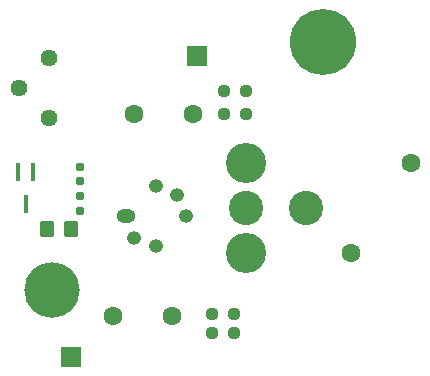
<source format=gbr>
%TF.GenerationSoftware,KiCad,Pcbnew,(6.0.4)*%
%TF.CreationDate,2022-05-05T09:19:18-04:00*%
%TF.ProjectId,preamp,70726561-6d70-42e6-9b69-6361645f7063,rev?*%
%TF.SameCoordinates,Original*%
%TF.FileFunction,Soldermask,Top*%
%TF.FilePolarity,Negative*%
%FSLAX46Y46*%
G04 Gerber Fmt 4.6, Leading zero omitted, Abs format (unit mm)*
G04 Created by KiCad (PCBNEW (6.0.4)) date 2022-05-05 09:19:18*
%MOMM*%
%LPD*%
G01*
G04 APERTURE LIST*
G04 Aperture macros list*
%AMRoundRect*
0 Rectangle with rounded corners*
0 $1 Rounding radius*
0 $2 $3 $4 $5 $6 $7 $8 $9 X,Y pos of 4 corners*
0 Add a 4 corners polygon primitive as box body*
4,1,4,$2,$3,$4,$5,$6,$7,$8,$9,$2,$3,0*
0 Add four circle primitives for the rounded corners*
1,1,$1+$1,$2,$3*
1,1,$1+$1,$4,$5*
1,1,$1+$1,$6,$7*
1,1,$1+$1,$8,$9*
0 Add four rect primitives between the rounded corners*
20,1,$1+$1,$2,$3,$4,$5,0*
20,1,$1+$1,$4,$5,$6,$7,0*
20,1,$1+$1,$6,$7,$8,$9,0*
20,1,$1+$1,$8,$9,$2,$3,0*%
G04 Aperture macros list end*
%ADD10C,1.600000*%
%ADD11RoundRect,0.160000X-0.160000X0.197500X-0.160000X-0.197500X0.160000X-0.197500X0.160000X0.197500X0*%
%ADD12C,5.600000*%
%ADD13RoundRect,0.237500X-0.250000X-0.237500X0.250000X-0.237500X0.250000X0.237500X-0.250000X0.237500X0*%
%ADD14C,3.400000*%
%ADD15C,2.900000*%
%ADD16R,1.700000X1.700000*%
%ADD17RoundRect,0.160000X0.160000X-0.197500X0.160000X0.197500X-0.160000X0.197500X-0.160000X-0.197500X0*%
%ADD18R,0.450000X1.500000*%
%ADD19RoundRect,0.250000X-0.350000X-0.450000X0.350000X-0.450000X0.350000X0.450000X-0.350000X0.450000X0*%
%ADD20O,1.600000X1.200000*%
%ADD21O,1.200000X1.200000*%
%ADD22RoundRect,0.237500X0.250000X0.237500X-0.250000X0.237500X-0.250000X-0.237500X0.250000X-0.237500X0*%
%ADD23C,4.700000*%
%ADD24C,1.440000*%
G04 APERTURE END LIST*
D10*
%TO.C,C3*%
X104000000Y-75100000D03*
X109000000Y-75100000D03*
%TD*%
D11*
%TO.C,R4*%
X99400000Y-79605000D03*
X99400000Y-80800000D03*
%TD*%
D12*
%TO.C,H2*%
X120000000Y-69000000D03*
%TD*%
D13*
%TO.C,R2*%
X110587500Y-92100000D03*
X112412500Y-92100000D03*
%TD*%
D10*
%TO.C,J1*%
X127380000Y-79240000D03*
X122300000Y-86860000D03*
D14*
X113410000Y-86860000D03*
X113410000Y-79240000D03*
D15*
X113410000Y-83050000D03*
X118490000Y-83050000D03*
%TD*%
D16*
%TO.C,TP1*%
X98600000Y-95700000D03*
%TD*%
%TO.C,TP2*%
X109300000Y-70200000D03*
%TD*%
D17*
%TO.C,R3*%
X99400000Y-83297500D03*
X99400000Y-82102500D03*
%TD*%
D10*
%TO.C,C1*%
X102200000Y-92200000D03*
X107200000Y-92200000D03*
%TD*%
D18*
%TO.C,Q2*%
X95450000Y-80070000D03*
X94150000Y-80070000D03*
X94800000Y-82730000D03*
%TD*%
D19*
%TO.C,R5*%
X96600000Y-84900000D03*
X98600000Y-84900000D03*
%TD*%
D20*
%TO.C,Q1*%
X103260000Y-83800000D03*
D21*
X104003949Y-85596051D03*
X105800000Y-86340000D03*
X108340000Y-83800000D03*
X107596051Y-82003949D03*
X105800000Y-81260000D03*
%TD*%
D22*
%TO.C,R1*%
X112412500Y-93700000D03*
X110587500Y-93700000D03*
%TD*%
D13*
%TO.C,R7*%
X111587500Y-73200000D03*
X113412500Y-73200000D03*
%TD*%
D22*
%TO.C,R6*%
X113412500Y-75100000D03*
X111587500Y-75100000D03*
%TD*%
D23*
%TO.C,H1*%
X97000000Y-90000000D03*
%TD*%
D24*
%TO.C,RV1*%
X96750000Y-70350000D03*
X94210000Y-72890000D03*
X96750000Y-75430000D03*
%TD*%
M02*

</source>
